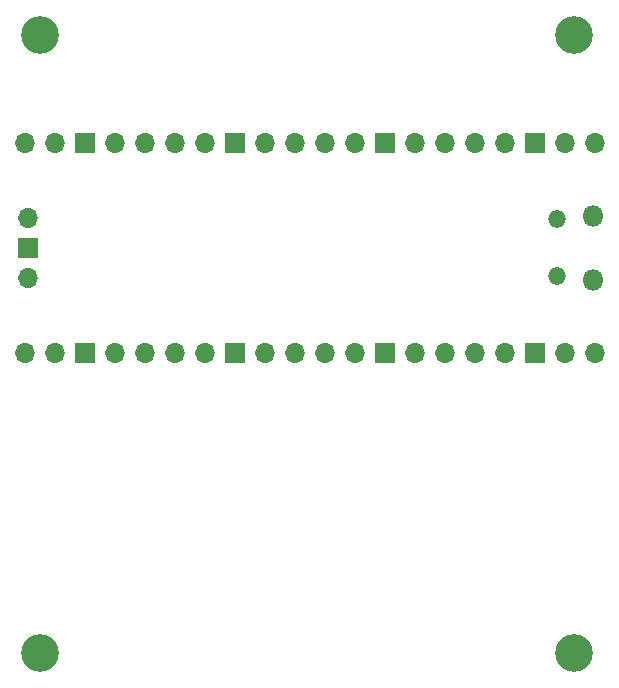
<source format=gbs>
%TF.GenerationSoftware,KiCad,Pcbnew,(6.0.5-0)*%
%TF.CreationDate,2022-05-30T23:28:06+01:00*%
%TF.ProjectId,bms,626d732e-6b69-4636-9164-5f7063625858,rev?*%
%TF.SameCoordinates,Original*%
%TF.FileFunction,Soldermask,Bot*%
%TF.FilePolarity,Negative*%
%FSLAX46Y46*%
G04 Gerber Fmt 4.6, Leading zero omitted, Abs format (unit mm)*
G04 Created by KiCad (PCBNEW (6.0.5-0)) date 2022-05-30 23:28:06*
%MOMM*%
%LPD*%
G01*
G04 APERTURE LIST*
%ADD10C,3.200000*%
%ADD11O,1.700000X1.700000*%
%ADD12R,1.700000X1.700000*%
%ADD13O,1.800000X1.800000*%
%ADD14O,1.500000X1.500000*%
G04 APERTURE END LIST*
D10*
%TO.C,H2*%
X118872000Y-99314000D03*
%TD*%
%TO.C,H3*%
X118872000Y-151638000D03*
%TD*%
D11*
%TO.C,U8*%
X72620000Y-119888000D03*
D12*
X72620000Y-117348000D03*
D11*
X72620000Y-114808000D03*
X120650000Y-126238000D03*
X118110000Y-126238000D03*
D12*
X115570000Y-126238000D03*
D11*
X113030000Y-126238000D03*
X110490000Y-126238000D03*
X107950000Y-126238000D03*
X105410000Y-126238000D03*
D12*
X102870000Y-126238000D03*
D11*
X100330000Y-126238000D03*
X97790000Y-126238000D03*
X95250000Y-126238000D03*
X92710000Y-126238000D03*
D12*
X90170000Y-126238000D03*
D11*
X87630000Y-126238000D03*
X85090000Y-126238000D03*
X82550000Y-126238000D03*
X80010000Y-126238000D03*
D12*
X77470000Y-126238000D03*
D11*
X74930000Y-126238000D03*
X72390000Y-126238000D03*
X72390000Y-108458000D03*
X74930000Y-108458000D03*
D12*
X77470000Y-108458000D03*
D11*
X80010000Y-108458000D03*
X82550000Y-108458000D03*
X85090000Y-108458000D03*
X87630000Y-108458000D03*
D12*
X90170000Y-108458000D03*
D11*
X92710000Y-108458000D03*
X95250000Y-108458000D03*
X97790000Y-108458000D03*
X100330000Y-108458000D03*
D12*
X102870000Y-108458000D03*
D11*
X105410000Y-108458000D03*
X107950000Y-108458000D03*
X110490000Y-108458000D03*
X113030000Y-108458000D03*
D12*
X115570000Y-108458000D03*
D11*
X118110000Y-108458000D03*
X120650000Y-108458000D03*
D13*
X120520000Y-120073000D03*
X120520000Y-114623000D03*
D14*
X117490000Y-119773000D03*
X117490000Y-114923000D03*
%TD*%
D10*
%TO.C,H4*%
X73660000Y-151638000D03*
%TD*%
%TO.C,H1*%
X73660000Y-99314000D03*
%TD*%
M02*

</source>
